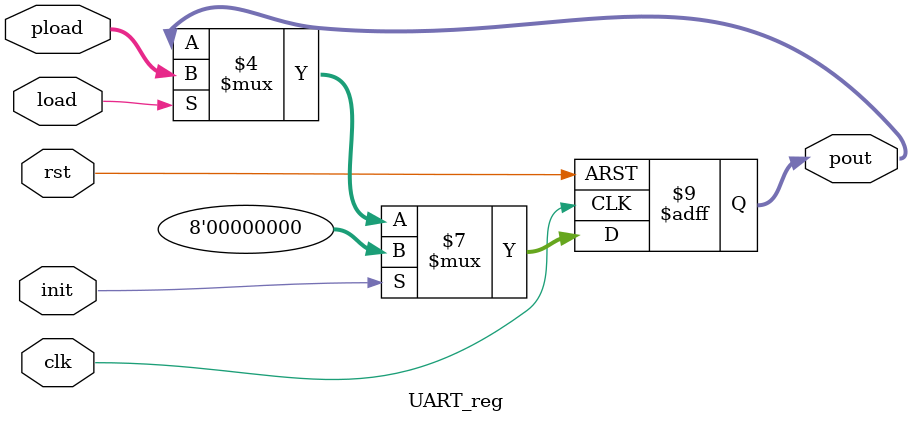
<source format=v>
`timescale 1ns/1ns
module UART_reg (
    input clk,
    input rst,
    input load,
    input init,
    input [7:0] pload,
    output reg [7:0] pout
);


    always @(posedge clk, posedge rst) begin
        if (rst == 1)
            pout <= 8'b0;
        else if(init)
            pout <= 8'b0;
        else if (load == 1)
            pout <= pload;
    end


endmodule
</source>
